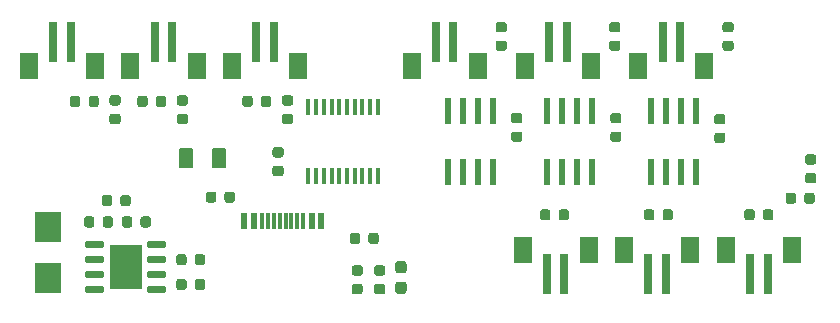
<source format=gbr>
%TF.GenerationSoftware,KiCad,Pcbnew,5.1.12-84ad8e8a86~92~ubuntu20.04.1*%
%TF.CreationDate,2021-11-18T17:44:13-07:00*%
%TF.ProjectId,snail-bot,736e6169-6c2d-4626-9f74-2e6b69636164,rev?*%
%TF.SameCoordinates,Original*%
%TF.FileFunction,Paste,Top*%
%TF.FilePolarity,Positive*%
%FSLAX46Y46*%
G04 Gerber Fmt 4.6, Leading zero omitted, Abs format (unit mm)*
G04 Created by KiCad (PCBNEW 5.1.12-84ad8e8a86~92~ubuntu20.04.1) date 2021-11-18 17:44:13*
%MOMM*%
%LPD*%
G01*
G04 APERTURE LIST*
%ADD10R,2.700000X3.800000*%
%ADD11R,1.500000X2.300000*%
%ADD12R,0.700000X3.500000*%
%ADD13R,0.600000X2.200000*%
%ADD14R,0.450000X1.450000*%
%ADD15R,0.600000X1.450000*%
%ADD16R,0.300000X1.450000*%
%ADD17R,2.300000X2.500000*%
G04 APERTURE END LIST*
D10*
%TO.C,U5*%
X49400000Y-84200000D03*
G36*
G01*
X51200000Y-82445000D02*
X51200000Y-82145000D01*
G75*
G02*
X51350000Y-81995000I150000J0D01*
G01*
X52700000Y-81995000D01*
G75*
G02*
X52850000Y-82145000I0J-150000D01*
G01*
X52850000Y-82445000D01*
G75*
G02*
X52700000Y-82595000I-150000J0D01*
G01*
X51350000Y-82595000D01*
G75*
G02*
X51200000Y-82445000I0J150000D01*
G01*
G37*
G36*
G01*
X51200000Y-83715000D02*
X51200000Y-83415000D01*
G75*
G02*
X51350000Y-83265000I150000J0D01*
G01*
X52700000Y-83265000D01*
G75*
G02*
X52850000Y-83415000I0J-150000D01*
G01*
X52850000Y-83715000D01*
G75*
G02*
X52700000Y-83865000I-150000J0D01*
G01*
X51350000Y-83865000D01*
G75*
G02*
X51200000Y-83715000I0J150000D01*
G01*
G37*
G36*
G01*
X51200000Y-84985000D02*
X51200000Y-84685000D01*
G75*
G02*
X51350000Y-84535000I150000J0D01*
G01*
X52700000Y-84535000D01*
G75*
G02*
X52850000Y-84685000I0J-150000D01*
G01*
X52850000Y-84985000D01*
G75*
G02*
X52700000Y-85135000I-150000J0D01*
G01*
X51350000Y-85135000D01*
G75*
G02*
X51200000Y-84985000I0J150000D01*
G01*
G37*
G36*
G01*
X51200000Y-86255000D02*
X51200000Y-85955000D01*
G75*
G02*
X51350000Y-85805000I150000J0D01*
G01*
X52700000Y-85805000D01*
G75*
G02*
X52850000Y-85955000I0J-150000D01*
G01*
X52850000Y-86255000D01*
G75*
G02*
X52700000Y-86405000I-150000J0D01*
G01*
X51350000Y-86405000D01*
G75*
G02*
X51200000Y-86255000I0J150000D01*
G01*
G37*
G36*
G01*
X45950000Y-86255000D02*
X45950000Y-85955000D01*
G75*
G02*
X46100000Y-85805000I150000J0D01*
G01*
X47450000Y-85805000D01*
G75*
G02*
X47600000Y-85955000I0J-150000D01*
G01*
X47600000Y-86255000D01*
G75*
G02*
X47450000Y-86405000I-150000J0D01*
G01*
X46100000Y-86405000D01*
G75*
G02*
X45950000Y-86255000I0J150000D01*
G01*
G37*
G36*
G01*
X45950000Y-84985000D02*
X45950000Y-84685000D01*
G75*
G02*
X46100000Y-84535000I150000J0D01*
G01*
X47450000Y-84535000D01*
G75*
G02*
X47600000Y-84685000I0J-150000D01*
G01*
X47600000Y-84985000D01*
G75*
G02*
X47450000Y-85135000I-150000J0D01*
G01*
X46100000Y-85135000D01*
G75*
G02*
X45950000Y-84985000I0J150000D01*
G01*
G37*
G36*
G01*
X45950000Y-83715000D02*
X45950000Y-83415000D01*
G75*
G02*
X46100000Y-83265000I150000J0D01*
G01*
X47450000Y-83265000D01*
G75*
G02*
X47600000Y-83415000I0J-150000D01*
G01*
X47600000Y-83715000D01*
G75*
G02*
X47450000Y-83865000I-150000J0D01*
G01*
X46100000Y-83865000D01*
G75*
G02*
X45950000Y-83715000I0J150000D01*
G01*
G37*
G36*
G01*
X45950000Y-82445000D02*
X45950000Y-82145000D01*
G75*
G02*
X46100000Y-81995000I150000J0D01*
G01*
X47450000Y-81995000D01*
G75*
G02*
X47600000Y-82145000I0J-150000D01*
G01*
X47600000Y-82445000D01*
G75*
G02*
X47450000Y-82595000I-150000J0D01*
G01*
X46100000Y-82595000D01*
G75*
G02*
X45950000Y-82445000I0J150000D01*
G01*
G37*
%TD*%
D11*
%TO.C,J13*%
X83000000Y-82800000D03*
X88600000Y-82800000D03*
D12*
X85050000Y-84800000D03*
X86550000Y-84800000D03*
%TD*%
D11*
%TO.C,J12*%
X46800000Y-67200000D03*
X41200000Y-67200000D03*
D12*
X44750000Y-65200000D03*
X43250000Y-65200000D03*
%TD*%
D11*
%TO.C,J11*%
X64000000Y-67200000D03*
X58400000Y-67200000D03*
D12*
X61950000Y-65200000D03*
X60450000Y-65200000D03*
%TD*%
D11*
%TO.C,J10*%
X55400000Y-67200000D03*
X49800000Y-67200000D03*
D12*
X53350000Y-65200000D03*
X51850000Y-65200000D03*
%TD*%
D11*
%TO.C,J9*%
X91600000Y-82800000D03*
X97200000Y-82800000D03*
D12*
X93650000Y-84800000D03*
X95150000Y-84800000D03*
%TD*%
D11*
%TO.C,J7*%
X100200000Y-82800000D03*
X105800000Y-82800000D03*
D12*
X102250000Y-84800000D03*
X103750000Y-84800000D03*
%TD*%
D11*
%TO.C,J3*%
X98400000Y-67200000D03*
X92800000Y-67200000D03*
D12*
X96350000Y-65200000D03*
X94850000Y-65200000D03*
%TD*%
D11*
%TO.C,J2*%
X88800000Y-67200000D03*
X83200000Y-67200000D03*
D12*
X86750000Y-65200000D03*
X85250000Y-65200000D03*
%TD*%
D11*
%TO.C,J1*%
X79200000Y-67200000D03*
X73600000Y-67200000D03*
D12*
X77150000Y-65200000D03*
X75650000Y-65200000D03*
%TD*%
D13*
%TO.C,U4*%
X93895000Y-76200000D03*
X95165000Y-76200000D03*
X97705000Y-76200000D03*
X93895000Y-71000000D03*
X95165000Y-71000000D03*
X97705000Y-71000000D03*
X96435000Y-76200000D03*
X96435000Y-71000000D03*
%TD*%
%TO.C,U3*%
X85095000Y-76200000D03*
X86365000Y-76200000D03*
X88905000Y-76200000D03*
X85095000Y-71000000D03*
X86365000Y-71000000D03*
X88905000Y-71000000D03*
X87635000Y-76200000D03*
X87635000Y-71000000D03*
%TD*%
%TO.C,U2*%
X76695000Y-76200000D03*
X77965000Y-76200000D03*
X80505000Y-76200000D03*
X76695000Y-71000000D03*
X77965000Y-71000000D03*
X80505000Y-71000000D03*
X79235000Y-76200000D03*
X79235000Y-71000000D03*
%TD*%
D14*
%TO.C,U1*%
X64875000Y-70650000D03*
X65525000Y-70650000D03*
X66175000Y-70650000D03*
X66825000Y-70650000D03*
X67475000Y-70650000D03*
X68125000Y-70650000D03*
X68775000Y-70650000D03*
X69425000Y-70650000D03*
X70075000Y-70650000D03*
X70725000Y-70650000D03*
X70725000Y-76550000D03*
X70075000Y-76550000D03*
X69425000Y-76550000D03*
X68775000Y-76550000D03*
X68125000Y-76550000D03*
X67475000Y-76550000D03*
X66825000Y-76550000D03*
X66175000Y-76550000D03*
X65525000Y-76550000D03*
X64875000Y-76550000D03*
%TD*%
%TO.C,R16*%
G36*
G01*
X85350000Y-79543750D02*
X85350000Y-80056250D01*
G75*
G02*
X85131250Y-80275000I-218750J0D01*
G01*
X84693750Y-80275000D01*
G75*
G02*
X84475000Y-80056250I0J218750D01*
G01*
X84475000Y-79543750D01*
G75*
G02*
X84693750Y-79325000I218750J0D01*
G01*
X85131250Y-79325000D01*
G75*
G02*
X85350000Y-79543750I0J-218750D01*
G01*
G37*
G36*
G01*
X86925000Y-79543750D02*
X86925000Y-80056250D01*
G75*
G02*
X86706250Y-80275000I-218750J0D01*
G01*
X86268750Y-80275000D01*
G75*
G02*
X86050000Y-80056250I0J218750D01*
G01*
X86050000Y-79543750D01*
G75*
G02*
X86268750Y-79325000I218750J0D01*
G01*
X86706250Y-79325000D01*
G75*
G02*
X86925000Y-79543750I0J-218750D01*
G01*
G37*
%TD*%
%TO.C,R15*%
G36*
G01*
X48756250Y-70550000D02*
X48243750Y-70550000D01*
G75*
G02*
X48025000Y-70331250I0J218750D01*
G01*
X48025000Y-69893750D01*
G75*
G02*
X48243750Y-69675000I218750J0D01*
G01*
X48756250Y-69675000D01*
G75*
G02*
X48975000Y-69893750I0J-218750D01*
G01*
X48975000Y-70331250D01*
G75*
G02*
X48756250Y-70550000I-218750J0D01*
G01*
G37*
G36*
G01*
X48756250Y-72125000D02*
X48243750Y-72125000D01*
G75*
G02*
X48025000Y-71906250I0J218750D01*
G01*
X48025000Y-71468750D01*
G75*
G02*
X48243750Y-71250000I218750J0D01*
G01*
X48756250Y-71250000D01*
G75*
G02*
X48975000Y-71468750I0J-218750D01*
G01*
X48975000Y-71906250D01*
G75*
G02*
X48756250Y-72125000I-218750J0D01*
G01*
G37*
%TD*%
%TO.C,R14*%
G36*
G01*
X63356250Y-70550000D02*
X62843750Y-70550000D01*
G75*
G02*
X62625000Y-70331250I0J218750D01*
G01*
X62625000Y-69893750D01*
G75*
G02*
X62843750Y-69675000I218750J0D01*
G01*
X63356250Y-69675000D01*
G75*
G02*
X63575000Y-69893750I0J-218750D01*
G01*
X63575000Y-70331250D01*
G75*
G02*
X63356250Y-70550000I-218750J0D01*
G01*
G37*
G36*
G01*
X63356250Y-72125000D02*
X62843750Y-72125000D01*
G75*
G02*
X62625000Y-71906250I0J218750D01*
G01*
X62625000Y-71468750D01*
G75*
G02*
X62843750Y-71250000I218750J0D01*
G01*
X63356250Y-71250000D01*
G75*
G02*
X63575000Y-71468750I0J-218750D01*
G01*
X63575000Y-71906250D01*
G75*
G02*
X63356250Y-72125000I-218750J0D01*
G01*
G37*
%TD*%
%TO.C,R13*%
G36*
G01*
X54456250Y-70550000D02*
X53943750Y-70550000D01*
G75*
G02*
X53725000Y-70331250I0J218750D01*
G01*
X53725000Y-69893750D01*
G75*
G02*
X53943750Y-69675000I218750J0D01*
G01*
X54456250Y-69675000D01*
G75*
G02*
X54675000Y-69893750I0J-218750D01*
G01*
X54675000Y-70331250D01*
G75*
G02*
X54456250Y-70550000I-218750J0D01*
G01*
G37*
G36*
G01*
X54456250Y-72125000D02*
X53943750Y-72125000D01*
G75*
G02*
X53725000Y-71906250I0J218750D01*
G01*
X53725000Y-71468750D01*
G75*
G02*
X53943750Y-71250000I218750J0D01*
G01*
X54456250Y-71250000D01*
G75*
G02*
X54675000Y-71468750I0J-218750D01*
G01*
X54675000Y-71906250D01*
G75*
G02*
X54456250Y-72125000I-218750J0D01*
G01*
G37*
%TD*%
%TO.C,R12*%
G36*
G01*
X94150000Y-79543750D02*
X94150000Y-80056250D01*
G75*
G02*
X93931250Y-80275000I-218750J0D01*
G01*
X93493750Y-80275000D01*
G75*
G02*
X93275000Y-80056250I0J218750D01*
G01*
X93275000Y-79543750D01*
G75*
G02*
X93493750Y-79325000I218750J0D01*
G01*
X93931250Y-79325000D01*
G75*
G02*
X94150000Y-79543750I0J-218750D01*
G01*
G37*
G36*
G01*
X95725000Y-79543750D02*
X95725000Y-80056250D01*
G75*
G02*
X95506250Y-80275000I-218750J0D01*
G01*
X95068750Y-80275000D01*
G75*
G02*
X94850000Y-80056250I0J218750D01*
G01*
X94850000Y-79543750D01*
G75*
G02*
X95068750Y-79325000I218750J0D01*
G01*
X95506250Y-79325000D01*
G75*
G02*
X95725000Y-79543750I0J-218750D01*
G01*
G37*
%TD*%
%TO.C,R11*%
G36*
G01*
X106150000Y-78143750D02*
X106150000Y-78656250D01*
G75*
G02*
X105931250Y-78875000I-218750J0D01*
G01*
X105493750Y-78875000D01*
G75*
G02*
X105275000Y-78656250I0J218750D01*
G01*
X105275000Y-78143750D01*
G75*
G02*
X105493750Y-77925000I218750J0D01*
G01*
X105931250Y-77925000D01*
G75*
G02*
X106150000Y-78143750I0J-218750D01*
G01*
G37*
G36*
G01*
X107725000Y-78143750D02*
X107725000Y-78656250D01*
G75*
G02*
X107506250Y-78875000I-218750J0D01*
G01*
X107068750Y-78875000D01*
G75*
G02*
X106850000Y-78656250I0J218750D01*
G01*
X106850000Y-78143750D01*
G75*
G02*
X107068750Y-77925000I218750J0D01*
G01*
X107506250Y-77925000D01*
G75*
G02*
X107725000Y-78143750I0J-218750D01*
G01*
G37*
%TD*%
%TO.C,R10*%
G36*
G01*
X102650000Y-79543750D02*
X102650000Y-80056250D01*
G75*
G02*
X102431250Y-80275000I-218750J0D01*
G01*
X101993750Y-80275000D01*
G75*
G02*
X101775000Y-80056250I0J218750D01*
G01*
X101775000Y-79543750D01*
G75*
G02*
X101993750Y-79325000I218750J0D01*
G01*
X102431250Y-79325000D01*
G75*
G02*
X102650000Y-79543750I0J-218750D01*
G01*
G37*
G36*
G01*
X104225000Y-79543750D02*
X104225000Y-80056250D01*
G75*
G02*
X104006250Y-80275000I-218750J0D01*
G01*
X103568750Y-80275000D01*
G75*
G02*
X103350000Y-80056250I0J218750D01*
G01*
X103350000Y-79543750D01*
G75*
G02*
X103568750Y-79325000I218750J0D01*
G01*
X104006250Y-79325000D01*
G75*
G02*
X104225000Y-79543750I0J-218750D01*
G01*
G37*
%TD*%
%TO.C,R9*%
G36*
G01*
X69250000Y-81543750D02*
X69250000Y-82056250D01*
G75*
G02*
X69031250Y-82275000I-218750J0D01*
G01*
X68593750Y-82275000D01*
G75*
G02*
X68375000Y-82056250I0J218750D01*
G01*
X68375000Y-81543750D01*
G75*
G02*
X68593750Y-81325000I218750J0D01*
G01*
X69031250Y-81325000D01*
G75*
G02*
X69250000Y-81543750I0J-218750D01*
G01*
G37*
G36*
G01*
X70825000Y-81543750D02*
X70825000Y-82056250D01*
G75*
G02*
X70606250Y-82275000I-218750J0D01*
G01*
X70168750Y-82275000D01*
G75*
G02*
X69950000Y-82056250I0J218750D01*
G01*
X69950000Y-81543750D01*
G75*
G02*
X70168750Y-81325000I218750J0D01*
G01*
X70606250Y-81325000D01*
G75*
G02*
X70825000Y-81543750I0J-218750D01*
G01*
G37*
%TD*%
%TO.C,R8*%
G36*
G01*
X48250000Y-78343750D02*
X48250000Y-78856250D01*
G75*
G02*
X48031250Y-79075000I-218750J0D01*
G01*
X47593750Y-79075000D01*
G75*
G02*
X47375000Y-78856250I0J218750D01*
G01*
X47375000Y-78343750D01*
G75*
G02*
X47593750Y-78125000I218750J0D01*
G01*
X48031250Y-78125000D01*
G75*
G02*
X48250000Y-78343750I0J-218750D01*
G01*
G37*
G36*
G01*
X49825000Y-78343750D02*
X49825000Y-78856250D01*
G75*
G02*
X49606250Y-79075000I-218750J0D01*
G01*
X49168750Y-79075000D01*
G75*
G02*
X48950000Y-78856250I0J218750D01*
G01*
X48950000Y-78343750D01*
G75*
G02*
X49168750Y-78125000I218750J0D01*
G01*
X49606250Y-78125000D01*
G75*
G02*
X49825000Y-78343750I0J-218750D01*
G01*
G37*
%TD*%
%TO.C,R5*%
G36*
G01*
X57762500Y-78556250D02*
X57762500Y-78043750D01*
G75*
G02*
X57981250Y-77825000I218750J0D01*
G01*
X58418750Y-77825000D01*
G75*
G02*
X58637500Y-78043750I0J-218750D01*
G01*
X58637500Y-78556250D01*
G75*
G02*
X58418750Y-78775000I-218750J0D01*
G01*
X57981250Y-78775000D01*
G75*
G02*
X57762500Y-78556250I0J218750D01*
G01*
G37*
G36*
G01*
X56187500Y-78556250D02*
X56187500Y-78043750D01*
G75*
G02*
X56406250Y-77825000I218750J0D01*
G01*
X56843750Y-77825000D01*
G75*
G02*
X57062500Y-78043750I0J-218750D01*
G01*
X57062500Y-78556250D01*
G75*
G02*
X56843750Y-78775000I-218750J0D01*
G01*
X56406250Y-78775000D01*
G75*
G02*
X56187500Y-78556250I0J218750D01*
G01*
G37*
%TD*%
%TO.C,R3*%
G36*
G01*
X71156250Y-84950000D02*
X70643750Y-84950000D01*
G75*
G02*
X70425000Y-84731250I0J218750D01*
G01*
X70425000Y-84293750D01*
G75*
G02*
X70643750Y-84075000I218750J0D01*
G01*
X71156250Y-84075000D01*
G75*
G02*
X71375000Y-84293750I0J-218750D01*
G01*
X71375000Y-84731250D01*
G75*
G02*
X71156250Y-84950000I-218750J0D01*
G01*
G37*
G36*
G01*
X71156250Y-86525000D02*
X70643750Y-86525000D01*
G75*
G02*
X70425000Y-86306250I0J218750D01*
G01*
X70425000Y-85868750D01*
G75*
G02*
X70643750Y-85650000I218750J0D01*
G01*
X71156250Y-85650000D01*
G75*
G02*
X71375000Y-85868750I0J-218750D01*
G01*
X71375000Y-86306250D01*
G75*
G02*
X71156250Y-86525000I-218750J0D01*
G01*
G37*
%TD*%
%TO.C,R2*%
G36*
G01*
X72462500Y-83700000D02*
X72937500Y-83700000D01*
G75*
G02*
X73175000Y-83937500I0J-237500D01*
G01*
X73175000Y-84512500D01*
G75*
G02*
X72937500Y-84750000I-237500J0D01*
G01*
X72462500Y-84750000D01*
G75*
G02*
X72225000Y-84512500I0J237500D01*
G01*
X72225000Y-83937500D01*
G75*
G02*
X72462500Y-83700000I237500J0D01*
G01*
G37*
G36*
G01*
X72462500Y-85450000D02*
X72937500Y-85450000D01*
G75*
G02*
X73175000Y-85687500I0J-237500D01*
G01*
X73175000Y-86262500D01*
G75*
G02*
X72937500Y-86500000I-237500J0D01*
G01*
X72462500Y-86500000D01*
G75*
G02*
X72225000Y-86262500I0J237500D01*
G01*
X72225000Y-85687500D01*
G75*
G02*
X72462500Y-85450000I237500J0D01*
G01*
G37*
%TD*%
%TO.C,R1*%
G36*
G01*
X69256250Y-84950000D02*
X68743750Y-84950000D01*
G75*
G02*
X68525000Y-84731250I0J218750D01*
G01*
X68525000Y-84293750D01*
G75*
G02*
X68743750Y-84075000I218750J0D01*
G01*
X69256250Y-84075000D01*
G75*
G02*
X69475000Y-84293750I0J-218750D01*
G01*
X69475000Y-84731250D01*
G75*
G02*
X69256250Y-84950000I-218750J0D01*
G01*
G37*
G36*
G01*
X69256250Y-86525000D02*
X68743750Y-86525000D01*
G75*
G02*
X68525000Y-86306250I0J218750D01*
G01*
X68525000Y-85868750D01*
G75*
G02*
X68743750Y-85650000I218750J0D01*
G01*
X69256250Y-85650000D01*
G75*
G02*
X69475000Y-85868750I0J-218750D01*
G01*
X69475000Y-86306250D01*
G75*
G02*
X69256250Y-86525000I-218750J0D01*
G01*
G37*
%TD*%
D15*
%TO.C,J4*%
X65930000Y-80305000D03*
X65130000Y-80305000D03*
D16*
X64430000Y-80305000D03*
X63930000Y-80305000D03*
X63430000Y-80305000D03*
X62930000Y-80305000D03*
X60930000Y-80305000D03*
X61430000Y-80305000D03*
X61930000Y-80305000D03*
X62430000Y-80305000D03*
D15*
X60230000Y-80305000D03*
X59430000Y-80305000D03*
%TD*%
%TO.C,D4*%
G36*
G01*
X107656250Y-75550000D02*
X107143750Y-75550000D01*
G75*
G02*
X106925000Y-75331250I0J218750D01*
G01*
X106925000Y-74893750D01*
G75*
G02*
X107143750Y-74675000I218750J0D01*
G01*
X107656250Y-74675000D01*
G75*
G02*
X107875000Y-74893750I0J-218750D01*
G01*
X107875000Y-75331250D01*
G75*
G02*
X107656250Y-75550000I-218750J0D01*
G01*
G37*
G36*
G01*
X107656250Y-77125000D02*
X107143750Y-77125000D01*
G75*
G02*
X106925000Y-76906250I0J218750D01*
G01*
X106925000Y-76468750D01*
G75*
G02*
X107143750Y-76250000I218750J0D01*
G01*
X107656250Y-76250000D01*
G75*
G02*
X107875000Y-76468750I0J-218750D01*
G01*
X107875000Y-76906250D01*
G75*
G02*
X107656250Y-77125000I-218750J0D01*
G01*
G37*
%TD*%
%TO.C,D3*%
G36*
G01*
X55250000Y-83856250D02*
X55250000Y-83343750D01*
G75*
G02*
X55468750Y-83125000I218750J0D01*
G01*
X55906250Y-83125000D01*
G75*
G02*
X56125000Y-83343750I0J-218750D01*
G01*
X56125000Y-83856250D01*
G75*
G02*
X55906250Y-84075000I-218750J0D01*
G01*
X55468750Y-84075000D01*
G75*
G02*
X55250000Y-83856250I0J218750D01*
G01*
G37*
G36*
G01*
X53675000Y-83856250D02*
X53675000Y-83343750D01*
G75*
G02*
X53893750Y-83125000I218750J0D01*
G01*
X54331250Y-83125000D01*
G75*
G02*
X54550000Y-83343750I0J-218750D01*
G01*
X54550000Y-83856250D01*
G75*
G02*
X54331250Y-84075000I-218750J0D01*
G01*
X53893750Y-84075000D01*
G75*
G02*
X53675000Y-83856250I0J218750D01*
G01*
G37*
%TD*%
%TO.C,D2*%
G36*
G01*
X55250000Y-85956250D02*
X55250000Y-85443750D01*
G75*
G02*
X55468750Y-85225000I218750J0D01*
G01*
X55906250Y-85225000D01*
G75*
G02*
X56125000Y-85443750I0J-218750D01*
G01*
X56125000Y-85956250D01*
G75*
G02*
X55906250Y-86175000I-218750J0D01*
G01*
X55468750Y-86175000D01*
G75*
G02*
X55250000Y-85956250I0J218750D01*
G01*
G37*
G36*
G01*
X53675000Y-85956250D02*
X53675000Y-85443750D01*
G75*
G02*
X53893750Y-85225000I218750J0D01*
G01*
X54331250Y-85225000D01*
G75*
G02*
X54550000Y-85443750I0J-218750D01*
G01*
X54550000Y-85956250D01*
G75*
G02*
X54331250Y-86175000I-218750J0D01*
G01*
X53893750Y-86175000D01*
G75*
G02*
X53675000Y-85956250I0J218750D01*
G01*
G37*
%TD*%
D17*
%TO.C,D1*%
X42800000Y-80850000D03*
X42800000Y-85150000D03*
%TD*%
%TO.C,C13*%
G36*
G01*
X46250000Y-70456250D02*
X46250000Y-69943750D01*
G75*
G02*
X46468750Y-69725000I218750J0D01*
G01*
X46906250Y-69725000D01*
G75*
G02*
X47125000Y-69943750I0J-218750D01*
G01*
X47125000Y-70456250D01*
G75*
G02*
X46906250Y-70675000I-218750J0D01*
G01*
X46468750Y-70675000D01*
G75*
G02*
X46250000Y-70456250I0J218750D01*
G01*
G37*
G36*
G01*
X44675000Y-70456250D02*
X44675000Y-69943750D01*
G75*
G02*
X44893750Y-69725000I218750J0D01*
G01*
X45331250Y-69725000D01*
G75*
G02*
X45550000Y-69943750I0J-218750D01*
G01*
X45550000Y-70456250D01*
G75*
G02*
X45331250Y-70675000I-218750J0D01*
G01*
X44893750Y-70675000D01*
G75*
G02*
X44675000Y-70456250I0J218750D01*
G01*
G37*
%TD*%
%TO.C,C12*%
G36*
G01*
X60850000Y-70456250D02*
X60850000Y-69943750D01*
G75*
G02*
X61068750Y-69725000I218750J0D01*
G01*
X61506250Y-69725000D01*
G75*
G02*
X61725000Y-69943750I0J-218750D01*
G01*
X61725000Y-70456250D01*
G75*
G02*
X61506250Y-70675000I-218750J0D01*
G01*
X61068750Y-70675000D01*
G75*
G02*
X60850000Y-70456250I0J218750D01*
G01*
G37*
G36*
G01*
X59275000Y-70456250D02*
X59275000Y-69943750D01*
G75*
G02*
X59493750Y-69725000I218750J0D01*
G01*
X59931250Y-69725000D01*
G75*
G02*
X60150000Y-69943750I0J-218750D01*
G01*
X60150000Y-70456250D01*
G75*
G02*
X59931250Y-70675000I-218750J0D01*
G01*
X59493750Y-70675000D01*
G75*
G02*
X59275000Y-70456250I0J218750D01*
G01*
G37*
%TD*%
%TO.C,C11*%
G36*
G01*
X51950000Y-70456250D02*
X51950000Y-69943750D01*
G75*
G02*
X52168750Y-69725000I218750J0D01*
G01*
X52606250Y-69725000D01*
G75*
G02*
X52825000Y-69943750I0J-218750D01*
G01*
X52825000Y-70456250D01*
G75*
G02*
X52606250Y-70675000I-218750J0D01*
G01*
X52168750Y-70675000D01*
G75*
G02*
X51950000Y-70456250I0J218750D01*
G01*
G37*
G36*
G01*
X50375000Y-70456250D02*
X50375000Y-69943750D01*
G75*
G02*
X50593750Y-69725000I218750J0D01*
G01*
X51031250Y-69725000D01*
G75*
G02*
X51250000Y-69943750I0J-218750D01*
G01*
X51250000Y-70456250D01*
G75*
G02*
X51031250Y-70675000I-218750J0D01*
G01*
X50593750Y-70675000D01*
G75*
G02*
X50375000Y-70456250I0J218750D01*
G01*
G37*
%TD*%
%TO.C,C10*%
G36*
G01*
X49950000Y-80143750D02*
X49950000Y-80656250D01*
G75*
G02*
X49731250Y-80875000I-218750J0D01*
G01*
X49293750Y-80875000D01*
G75*
G02*
X49075000Y-80656250I0J218750D01*
G01*
X49075000Y-80143750D01*
G75*
G02*
X49293750Y-79925000I218750J0D01*
G01*
X49731250Y-79925000D01*
G75*
G02*
X49950000Y-80143750I0J-218750D01*
G01*
G37*
G36*
G01*
X51525000Y-80143750D02*
X51525000Y-80656250D01*
G75*
G02*
X51306250Y-80875000I-218750J0D01*
G01*
X50868750Y-80875000D01*
G75*
G02*
X50650000Y-80656250I0J218750D01*
G01*
X50650000Y-80143750D01*
G75*
G02*
X50868750Y-79925000I218750J0D01*
G01*
X51306250Y-79925000D01*
G75*
G02*
X51525000Y-80143750I0J-218750D01*
G01*
G37*
%TD*%
%TO.C,C9*%
G36*
G01*
X47450000Y-80656250D02*
X47450000Y-80143750D01*
G75*
G02*
X47668750Y-79925000I218750J0D01*
G01*
X48106250Y-79925000D01*
G75*
G02*
X48325000Y-80143750I0J-218750D01*
G01*
X48325000Y-80656250D01*
G75*
G02*
X48106250Y-80875000I-218750J0D01*
G01*
X47668750Y-80875000D01*
G75*
G02*
X47450000Y-80656250I0J218750D01*
G01*
G37*
G36*
G01*
X45875000Y-80656250D02*
X45875000Y-80143750D01*
G75*
G02*
X46093750Y-79925000I218750J0D01*
G01*
X46531250Y-79925000D01*
G75*
G02*
X46750000Y-80143750I0J-218750D01*
G01*
X46750000Y-80656250D01*
G75*
G02*
X46531250Y-80875000I-218750J0D01*
G01*
X46093750Y-80875000D01*
G75*
G02*
X45875000Y-80656250I0J218750D01*
G01*
G37*
%TD*%
%TO.C,C8*%
G36*
G01*
X100656250Y-64350000D02*
X100143750Y-64350000D01*
G75*
G02*
X99925000Y-64131250I0J218750D01*
G01*
X99925000Y-63693750D01*
G75*
G02*
X100143750Y-63475000I218750J0D01*
G01*
X100656250Y-63475000D01*
G75*
G02*
X100875000Y-63693750I0J-218750D01*
G01*
X100875000Y-64131250D01*
G75*
G02*
X100656250Y-64350000I-218750J0D01*
G01*
G37*
G36*
G01*
X100656250Y-65925000D02*
X100143750Y-65925000D01*
G75*
G02*
X99925000Y-65706250I0J218750D01*
G01*
X99925000Y-65268750D01*
G75*
G02*
X100143750Y-65050000I218750J0D01*
G01*
X100656250Y-65050000D01*
G75*
G02*
X100875000Y-65268750I0J-218750D01*
G01*
X100875000Y-65706250D01*
G75*
G02*
X100656250Y-65925000I-218750J0D01*
G01*
G37*
%TD*%
%TO.C,C7*%
G36*
G01*
X91056250Y-64350000D02*
X90543750Y-64350000D01*
G75*
G02*
X90325000Y-64131250I0J218750D01*
G01*
X90325000Y-63693750D01*
G75*
G02*
X90543750Y-63475000I218750J0D01*
G01*
X91056250Y-63475000D01*
G75*
G02*
X91275000Y-63693750I0J-218750D01*
G01*
X91275000Y-64131250D01*
G75*
G02*
X91056250Y-64350000I-218750J0D01*
G01*
G37*
G36*
G01*
X91056250Y-65925000D02*
X90543750Y-65925000D01*
G75*
G02*
X90325000Y-65706250I0J218750D01*
G01*
X90325000Y-65268750D01*
G75*
G02*
X90543750Y-65050000I218750J0D01*
G01*
X91056250Y-65050000D01*
G75*
G02*
X91275000Y-65268750I0J-218750D01*
G01*
X91275000Y-65706250D01*
G75*
G02*
X91056250Y-65925000I-218750J0D01*
G01*
G37*
%TD*%
%TO.C,C6*%
G36*
G01*
X81456250Y-64350000D02*
X80943750Y-64350000D01*
G75*
G02*
X80725000Y-64131250I0J218750D01*
G01*
X80725000Y-63693750D01*
G75*
G02*
X80943750Y-63475000I218750J0D01*
G01*
X81456250Y-63475000D01*
G75*
G02*
X81675000Y-63693750I0J-218750D01*
G01*
X81675000Y-64131250D01*
G75*
G02*
X81456250Y-64350000I-218750J0D01*
G01*
G37*
G36*
G01*
X81456250Y-65925000D02*
X80943750Y-65925000D01*
G75*
G02*
X80725000Y-65706250I0J218750D01*
G01*
X80725000Y-65268750D01*
G75*
G02*
X80943750Y-65050000I218750J0D01*
G01*
X81456250Y-65050000D01*
G75*
G02*
X81675000Y-65268750I0J-218750D01*
G01*
X81675000Y-65706250D01*
G75*
G02*
X81456250Y-65925000I-218750J0D01*
G01*
G37*
%TD*%
%TO.C,C5*%
G36*
G01*
X62043750Y-75650000D02*
X62556250Y-75650000D01*
G75*
G02*
X62775000Y-75868750I0J-218750D01*
G01*
X62775000Y-76306250D01*
G75*
G02*
X62556250Y-76525000I-218750J0D01*
G01*
X62043750Y-76525000D01*
G75*
G02*
X61825000Y-76306250I0J218750D01*
G01*
X61825000Y-75868750D01*
G75*
G02*
X62043750Y-75650000I218750J0D01*
G01*
G37*
G36*
G01*
X62043750Y-74075000D02*
X62556250Y-74075000D01*
G75*
G02*
X62775000Y-74293750I0J-218750D01*
G01*
X62775000Y-74731250D01*
G75*
G02*
X62556250Y-74950000I-218750J0D01*
G01*
X62043750Y-74950000D01*
G75*
G02*
X61825000Y-74731250I0J218750D01*
G01*
X61825000Y-74293750D01*
G75*
G02*
X62043750Y-74075000I218750J0D01*
G01*
G37*
%TD*%
%TO.C,C4*%
G36*
G01*
X99443750Y-72850000D02*
X99956250Y-72850000D01*
G75*
G02*
X100175000Y-73068750I0J-218750D01*
G01*
X100175000Y-73506250D01*
G75*
G02*
X99956250Y-73725000I-218750J0D01*
G01*
X99443750Y-73725000D01*
G75*
G02*
X99225000Y-73506250I0J218750D01*
G01*
X99225000Y-73068750D01*
G75*
G02*
X99443750Y-72850000I218750J0D01*
G01*
G37*
G36*
G01*
X99443750Y-71275000D02*
X99956250Y-71275000D01*
G75*
G02*
X100175000Y-71493750I0J-218750D01*
G01*
X100175000Y-71931250D01*
G75*
G02*
X99956250Y-72150000I-218750J0D01*
G01*
X99443750Y-72150000D01*
G75*
G02*
X99225000Y-71931250I0J218750D01*
G01*
X99225000Y-71493750D01*
G75*
G02*
X99443750Y-71275000I218750J0D01*
G01*
G37*
%TD*%
%TO.C,C3*%
G36*
G01*
X90643750Y-72750000D02*
X91156250Y-72750000D01*
G75*
G02*
X91375000Y-72968750I0J-218750D01*
G01*
X91375000Y-73406250D01*
G75*
G02*
X91156250Y-73625000I-218750J0D01*
G01*
X90643750Y-73625000D01*
G75*
G02*
X90425000Y-73406250I0J218750D01*
G01*
X90425000Y-72968750D01*
G75*
G02*
X90643750Y-72750000I218750J0D01*
G01*
G37*
G36*
G01*
X90643750Y-71175000D02*
X91156250Y-71175000D01*
G75*
G02*
X91375000Y-71393750I0J-218750D01*
G01*
X91375000Y-71831250D01*
G75*
G02*
X91156250Y-72050000I-218750J0D01*
G01*
X90643750Y-72050000D01*
G75*
G02*
X90425000Y-71831250I0J218750D01*
G01*
X90425000Y-71393750D01*
G75*
G02*
X90643750Y-71175000I218750J0D01*
G01*
G37*
%TD*%
%TO.C,C2*%
G36*
G01*
X82243750Y-72750000D02*
X82756250Y-72750000D01*
G75*
G02*
X82975000Y-72968750I0J-218750D01*
G01*
X82975000Y-73406250D01*
G75*
G02*
X82756250Y-73625000I-218750J0D01*
G01*
X82243750Y-73625000D01*
G75*
G02*
X82025000Y-73406250I0J218750D01*
G01*
X82025000Y-72968750D01*
G75*
G02*
X82243750Y-72750000I218750J0D01*
G01*
G37*
G36*
G01*
X82243750Y-71175000D02*
X82756250Y-71175000D01*
G75*
G02*
X82975000Y-71393750I0J-218750D01*
G01*
X82975000Y-71831250D01*
G75*
G02*
X82756250Y-72050000I-218750J0D01*
G01*
X82243750Y-72050000D01*
G75*
G02*
X82025000Y-71831250I0J218750D01*
G01*
X82025000Y-71393750D01*
G75*
G02*
X82243750Y-71175000I218750J0D01*
G01*
G37*
%TD*%
%TO.C,C1*%
G36*
G01*
X56675000Y-75625000D02*
X56675000Y-74375000D01*
G75*
G02*
X56925000Y-74125000I250000J0D01*
G01*
X57675000Y-74125000D01*
G75*
G02*
X57925000Y-74375000I0J-250000D01*
G01*
X57925000Y-75625000D01*
G75*
G02*
X57675000Y-75875000I-250000J0D01*
G01*
X56925000Y-75875000D01*
G75*
G02*
X56675000Y-75625000I0J250000D01*
G01*
G37*
G36*
G01*
X53875000Y-75625000D02*
X53875000Y-74375000D01*
G75*
G02*
X54125000Y-74125000I250000J0D01*
G01*
X54875000Y-74125000D01*
G75*
G02*
X55125000Y-74375000I0J-250000D01*
G01*
X55125000Y-75625000D01*
G75*
G02*
X54875000Y-75875000I-250000J0D01*
G01*
X54125000Y-75875000D01*
G75*
G02*
X53875000Y-75625000I0J250000D01*
G01*
G37*
%TD*%
M02*

</source>
